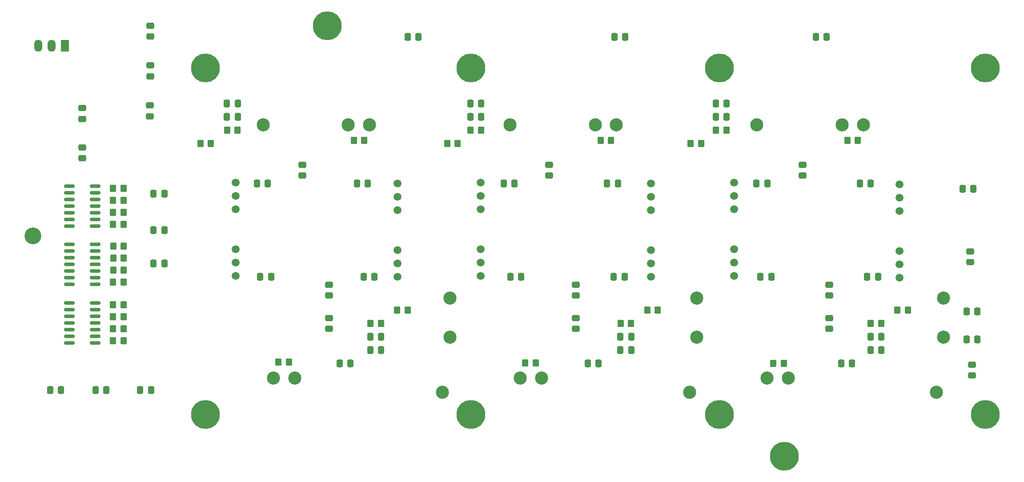
<source format=gbr>
%TF.GenerationSoftware,KiCad,Pcbnew,(6.0.1)*%
%TF.CreationDate,2023-04-20T11:25:51+03:00*%
%TF.ProjectId,Adapter,41646170-7465-4722-9e6b-696361645f70,rev?*%
%TF.SameCoordinates,Original*%
%TF.FileFunction,Soldermask,Bot*%
%TF.FilePolarity,Negative*%
%FSLAX46Y46*%
G04 Gerber Fmt 4.6, Leading zero omitted, Abs format (unit mm)*
G04 Created by KiCad (PCBNEW (6.0.1)) date 2023-04-20 11:25:51*
%MOMM*%
%LPD*%
G01*
G04 APERTURE LIST*
G04 Aperture macros list*
%AMRoundRect*
0 Rectangle with rounded corners*
0 $1 Rounding radius*
0 $2 $3 $4 $5 $6 $7 $8 $9 X,Y pos of 4 corners*
0 Add a 4 corners polygon primitive as box body*
4,1,4,$2,$3,$4,$5,$6,$7,$8,$9,$2,$3,0*
0 Add four circle primitives for the rounded corners*
1,1,$1+$1,$2,$3*
1,1,$1+$1,$4,$5*
1,1,$1+$1,$6,$7*
1,1,$1+$1,$8,$9*
0 Add four rect primitives between the rounded corners*
20,1,$1+$1,$2,$3,$4,$5,0*
20,1,$1+$1,$4,$5,$6,$7,0*
20,1,$1+$1,$6,$7,$8,$9,0*
20,1,$1+$1,$8,$9,$2,$3,0*%
G04 Aperture macros list end*
%ADD10C,1.500000*%
%ADD11C,3.200000*%
%ADD12C,5.500000*%
%ADD13C,2.500000*%
%ADD14RoundRect,0.250000X-0.475000X0.337500X-0.475000X-0.337500X0.475000X-0.337500X0.475000X0.337500X0*%
%ADD15RoundRect,0.250000X0.350000X0.450000X-0.350000X0.450000X-0.350000X-0.450000X0.350000X-0.450000X0*%
%ADD16RoundRect,0.250000X0.337500X0.475000X-0.337500X0.475000X-0.337500X-0.475000X0.337500X-0.475000X0*%
%ADD17RoundRect,0.250000X0.475000X-0.337500X0.475000X0.337500X-0.475000X0.337500X-0.475000X-0.337500X0*%
%ADD18RoundRect,0.250000X-0.350000X-0.450000X0.350000X-0.450000X0.350000X0.450000X-0.350000X0.450000X0*%
%ADD19RoundRect,0.250000X-0.337500X-0.475000X0.337500X-0.475000X0.337500X0.475000X-0.337500X0.475000X0*%
%ADD20RoundRect,0.150000X0.825000X0.150000X-0.825000X0.150000X-0.825000X-0.150000X0.825000X-0.150000X0*%
%ADD21R,1.500000X2.300000*%
%ADD22O,1.500000X2.300000*%
G04 APERTURE END LIST*
D10*
%TO.C,D49*%
X113360000Y-100330000D03*
X113360000Y-97790000D03*
X113360000Y-95250000D03*
X113360000Y-87630000D03*
X113360000Y-85090000D03*
X113360000Y-82550000D03*
%TD*%
%TO.C,D52*%
X129210000Y-82374000D03*
X129210000Y-84914000D03*
X129210000Y-87454000D03*
X129210000Y-95074000D03*
X129210000Y-97614000D03*
X129210000Y-100154000D03*
%TD*%
%TO.C,D50*%
X82550000Y-82374000D03*
X82550000Y-84914000D03*
X82550000Y-87454000D03*
X82550000Y-95074000D03*
X82550000Y-97614000D03*
X82550000Y-100154000D03*
%TD*%
%TO.C,D51*%
X161620000Y-100330000D03*
X161620000Y-97790000D03*
X161620000Y-95250000D03*
X161620000Y-87630000D03*
X161620000Y-85090000D03*
X161620000Y-82550000D03*
%TD*%
%TO.C,D53*%
X208915000Y-100506000D03*
X208915000Y-97966000D03*
X208915000Y-95426000D03*
X208915000Y-87806000D03*
X208915000Y-85266000D03*
X208915000Y-82726000D03*
%TD*%
D11*
%TO.C,H1*%
X43908000Y-92510000D03*
%TD*%
D12*
%TO.C,J1*%
X76750000Y-60500000D03*
X127350000Y-126600000D03*
X174650000Y-60500000D03*
X100000000Y-52500000D03*
X225250000Y-60500000D03*
X127350000Y-60500000D03*
X225250000Y-126600000D03*
X174650000Y-126600000D03*
X187000000Y-134500000D03*
X76750000Y-126600000D03*
D13*
X121950000Y-122350000D03*
X87800000Y-71350000D03*
X93800000Y-119650000D03*
X104000000Y-71350000D03*
X89750000Y-119650000D03*
X108050000Y-71350000D03*
X123350000Y-104350000D03*
X123350000Y-111850000D03*
X168950000Y-122350000D03*
X134800000Y-71350000D03*
X140800000Y-119650000D03*
X151000000Y-71350000D03*
X136750000Y-119650000D03*
X155050000Y-71350000D03*
X170350000Y-104350000D03*
X170350000Y-111850000D03*
X215950000Y-122350000D03*
X181800000Y-71350000D03*
X187800000Y-119650000D03*
X198000000Y-71350000D03*
X183750000Y-119650000D03*
X202050000Y-71350000D03*
X217350000Y-104350000D03*
X217350000Y-111850000D03*
%TD*%
D10*
%TO.C,D54*%
X177470000Y-82374000D03*
X177470000Y-84914000D03*
X177470000Y-87454000D03*
X177470000Y-95074000D03*
X177470000Y-97614000D03*
X177470000Y-100154000D03*
%TD*%
D14*
%TO.C,C6*%
X100330000Y-108182500D03*
X100330000Y-110257500D03*
%TD*%
D15*
%TO.C,R58*%
X171180000Y-74930000D03*
X169180000Y-74930000D03*
%TD*%
D14*
%TO.C,C94*%
X147320000Y-101832500D03*
X147320000Y-103907500D03*
%TD*%
D15*
%TO.C,R105*%
X139684000Y-116713000D03*
X137684000Y-116713000D03*
%TD*%
D16*
%TO.C,C107*%
X195093500Y-54610000D03*
X193018500Y-54610000D03*
%TD*%
%TO.C,C62*%
X107717500Y-82550000D03*
X105642500Y-82550000D03*
%TD*%
D17*
%TO.C,C23*%
X190500000Y-81047500D03*
X190500000Y-78972500D03*
%TD*%
D18*
%TO.C,R13*%
X59198000Y-83439000D03*
X61198000Y-83439000D03*
%TD*%
%TO.C,R37*%
X113300000Y-106680000D03*
X115300000Y-106680000D03*
%TD*%
D19*
%TO.C,C49*%
X155807500Y-111760000D03*
X157882500Y-111760000D03*
%TD*%
%TO.C,C67*%
X134852500Y-100330000D03*
X136927500Y-100330000D03*
%TD*%
D18*
%TO.C,R45*%
X160925000Y-106680000D03*
X162925000Y-106680000D03*
%TD*%
D14*
%TO.C,C93*%
X100330000Y-101832500D03*
X100330000Y-103907500D03*
%TD*%
D18*
%TO.C,R15*%
X59182000Y-88011000D03*
X61182000Y-88011000D03*
%TD*%
D16*
%TO.C,C24*%
X68982500Y-97790000D03*
X66907500Y-97790000D03*
%TD*%
%TO.C,C56*%
X176043500Y-67310000D03*
X173968500Y-67310000D03*
%TD*%
%TO.C,C20*%
X68982500Y-91440000D03*
X66907500Y-91440000D03*
%TD*%
D20*
%TO.C,D4*%
X55815000Y-94107000D03*
X55815000Y-95377000D03*
X55815000Y-96647000D03*
X55815000Y-97917000D03*
X55815000Y-99187000D03*
X55815000Y-100457000D03*
X55815000Y-101727000D03*
X50865000Y-101727000D03*
X50865000Y-100457000D03*
X50865000Y-99187000D03*
X50865000Y-97917000D03*
X50865000Y-96647000D03*
X50865000Y-95377000D03*
X50865000Y-94107000D03*
%TD*%
D19*
%TO.C,C46*%
X108182500Y-114300000D03*
X110257500Y-114300000D03*
%TD*%
D17*
%TO.C,C28*%
X222428500Y-97537500D03*
X222428500Y-95462500D03*
%TD*%
D19*
%TO.C,C73*%
X182477500Y-100330000D03*
X184552500Y-100330000D03*
%TD*%
D18*
%TO.C,R44*%
X80915000Y-72390000D03*
X82915000Y-72390000D03*
%TD*%
D16*
%TO.C,C57*%
X108987500Y-100330000D03*
X106912500Y-100330000D03*
%TD*%
D18*
%TO.C,R4*%
X59198000Y-112522000D03*
X61198000Y-112522000D03*
%TD*%
D15*
%TO.C,R46*%
X157845000Y-109220000D03*
X155845000Y-109220000D03*
%TD*%
D17*
%TO.C,C35*%
X66217800Y-69744500D03*
X66217800Y-67669500D03*
%TD*%
D16*
%TO.C,C40*%
X223795500Y-106934000D03*
X221720500Y-106934000D03*
%TD*%
D18*
%TO.C,R108*%
X199025000Y-74295000D03*
X201025000Y-74295000D03*
%TD*%
D19*
%TO.C,C54*%
X203432500Y-114300000D03*
X205507500Y-114300000D03*
%TD*%
%TO.C,C53*%
X203432500Y-111760000D03*
X205507500Y-111760000D03*
%TD*%
D16*
%TO.C,C52*%
X129307500Y-67310000D03*
X127232500Y-67310000D03*
%TD*%
D15*
%TO.C,R107*%
X186928000Y-116840000D03*
X184928000Y-116840000D03*
%TD*%
%TO.C,R42*%
X77835000Y-74930000D03*
X75835000Y-74930000D03*
%TD*%
D16*
%TO.C,C55*%
X176043500Y-69850000D03*
X173968500Y-69850000D03*
%TD*%
D14*
%TO.C,C22*%
X195580000Y-108182500D03*
X195580000Y-110257500D03*
%TD*%
D19*
%TO.C,C104*%
X102340500Y-116840000D03*
X104415500Y-116840000D03*
%TD*%
D14*
%TO.C,C42*%
X222758000Y-117072500D03*
X222758000Y-119147500D03*
%TD*%
D15*
%TO.C,R50*%
X124825000Y-74930000D03*
X122825000Y-74930000D03*
%TD*%
D18*
%TO.C,R1*%
X59198000Y-105664000D03*
X61198000Y-105664000D03*
%TD*%
D14*
%TO.C,C95*%
X195580000Y-101832500D03*
X195580000Y-103907500D03*
%TD*%
D18*
%TO.C,R7*%
X59214000Y-99060000D03*
X61214000Y-99060000D03*
%TD*%
D16*
%TO.C,C8*%
X68982500Y-84455000D03*
X66907500Y-84455000D03*
%TD*%
%TO.C,C103*%
X117369500Y-54610000D03*
X115294500Y-54610000D03*
%TD*%
D19*
%TO.C,C106*%
X197844500Y-116840000D03*
X199919500Y-116840000D03*
%TD*%
%TO.C,C58*%
X86592500Y-82550000D03*
X88667500Y-82550000D03*
%TD*%
D15*
%TO.C,R104*%
X92694000Y-116586000D03*
X90694000Y-116586000D03*
%TD*%
D16*
%TO.C,C51*%
X129307500Y-69850000D03*
X127232500Y-69850000D03*
%TD*%
D18*
%TO.C,R53*%
X208550000Y-106680000D03*
X210550000Y-106680000D03*
%TD*%
D17*
%TO.C,C25*%
X53340000Y-77745500D03*
X53340000Y-75670500D03*
%TD*%
D16*
%TO.C,C43*%
X66442500Y-121920000D03*
X64367500Y-121920000D03*
%TD*%
D18*
%TO.C,R2*%
X59198000Y-107950000D03*
X61198000Y-107950000D03*
%TD*%
D17*
%TO.C,C19*%
X142240000Y-81047500D03*
X142240000Y-78972500D03*
%TD*%
D18*
%TO.C,R8*%
X59198000Y-101346000D03*
X61198000Y-101346000D03*
%TD*%
D20*
%TO.C,D5*%
X55815000Y-83058000D03*
X55815000Y-84328000D03*
X55815000Y-85598000D03*
X55815000Y-86868000D03*
X55815000Y-88138000D03*
X55815000Y-89408000D03*
X55815000Y-90678000D03*
X50865000Y-90678000D03*
X50865000Y-89408000D03*
X50865000Y-88138000D03*
X50865000Y-86868000D03*
X50865000Y-85598000D03*
X50865000Y-84328000D03*
X50865000Y-83058000D03*
%TD*%
D15*
%TO.C,R54*%
X205470000Y-109220000D03*
X203470000Y-109220000D03*
%TD*%
D18*
%TO.C,R5*%
X59214000Y-94488000D03*
X61214000Y-94488000D03*
%TD*%
D19*
%TO.C,C64*%
X133582500Y-82550000D03*
X135657500Y-82550000D03*
%TD*%
D16*
%TO.C,C34*%
X49297500Y-121920000D03*
X47222500Y-121920000D03*
%TD*%
D18*
%TO.C,R14*%
X59198000Y-85725000D03*
X61198000Y-85725000D03*
%TD*%
D17*
%TO.C,C26*%
X53340000Y-70252500D03*
X53340000Y-68177500D03*
%TD*%
D19*
%TO.C,C61*%
X87227500Y-100330000D03*
X89302500Y-100330000D03*
%TD*%
D17*
%TO.C,C7*%
X95250000Y-81047500D03*
X95250000Y-78972500D03*
%TD*%
D16*
%TO.C,C31*%
X57933500Y-121920000D03*
X55858500Y-121920000D03*
%TD*%
D18*
%TO.C,R16*%
X59198000Y-90297000D03*
X61198000Y-90297000D03*
%TD*%
D16*
%TO.C,C102*%
X156739500Y-54610000D03*
X154664500Y-54610000D03*
%TD*%
D15*
%TO.C,R38*%
X110220000Y-109220000D03*
X108220000Y-109220000D03*
%TD*%
D19*
%TO.C,C105*%
X149584500Y-116840000D03*
X151659500Y-116840000D03*
%TD*%
D18*
%TO.C,R52*%
X127270000Y-72390000D03*
X129270000Y-72390000D03*
%TD*%
%TO.C,R60*%
X174006000Y-72390000D03*
X176006000Y-72390000D03*
%TD*%
D17*
%TO.C,C39*%
X66294000Y-62124500D03*
X66294000Y-60049500D03*
%TD*%
D16*
%TO.C,C74*%
X203475500Y-82550000D03*
X201400500Y-82550000D03*
%TD*%
D20*
%TO.C,D1*%
X55815000Y-105283000D03*
X55815000Y-106553000D03*
X55815000Y-107823000D03*
X55815000Y-109093000D03*
X55815000Y-110363000D03*
X55815000Y-111633000D03*
X55815000Y-112903000D03*
X50865000Y-112903000D03*
X50865000Y-111633000D03*
X50865000Y-110363000D03*
X50865000Y-109093000D03*
X50865000Y-107823000D03*
X50865000Y-106553000D03*
X50865000Y-105283000D03*
%TD*%
D16*
%TO.C,C68*%
X155342500Y-82550000D03*
X153267500Y-82550000D03*
%TD*%
D18*
%TO.C,R6*%
X59214000Y-96773000D03*
X61214000Y-96773000D03*
%TD*%
%TO.C,R103*%
X105045000Y-74295000D03*
X107045000Y-74295000D03*
%TD*%
%TO.C,R3*%
X59198000Y-110236000D03*
X61198000Y-110236000D03*
%TD*%
D16*
%TO.C,C69*%
X204872500Y-100330000D03*
X202797500Y-100330000D03*
%TD*%
%TO.C,C47*%
X82952500Y-69850000D03*
X80877500Y-69850000D03*
%TD*%
D14*
%TO.C,C18*%
X147320000Y-108182500D03*
X147320000Y-110257500D03*
%TD*%
D17*
%TO.C,C44*%
X66294000Y-54520500D03*
X66294000Y-52445500D03*
%TD*%
D19*
%TO.C,C70*%
X181715500Y-82550000D03*
X183790500Y-82550000D03*
%TD*%
D18*
%TO.C,R106*%
X152035000Y-74295000D03*
X154035000Y-74295000D03*
%TD*%
D16*
%TO.C,C48*%
X82952500Y-67310000D03*
X80877500Y-67310000D03*
%TD*%
D21*
%TO.C,U1*%
X50038000Y-56261000D03*
D22*
X47498000Y-56261000D03*
X44958000Y-56261000D03*
%TD*%
D16*
%TO.C,C63*%
X156612500Y-100330000D03*
X154537500Y-100330000D03*
%TD*%
%TO.C,C41*%
X223795500Y-112268000D03*
X221720500Y-112268000D03*
%TD*%
%TO.C,C27*%
X223033500Y-83566000D03*
X220958500Y-83566000D03*
%TD*%
D19*
%TO.C,C50*%
X155807500Y-114300000D03*
X157882500Y-114300000D03*
%TD*%
%TO.C,C45*%
X108182500Y-111760000D03*
X110257500Y-111760000D03*
%TD*%
M02*

</source>
